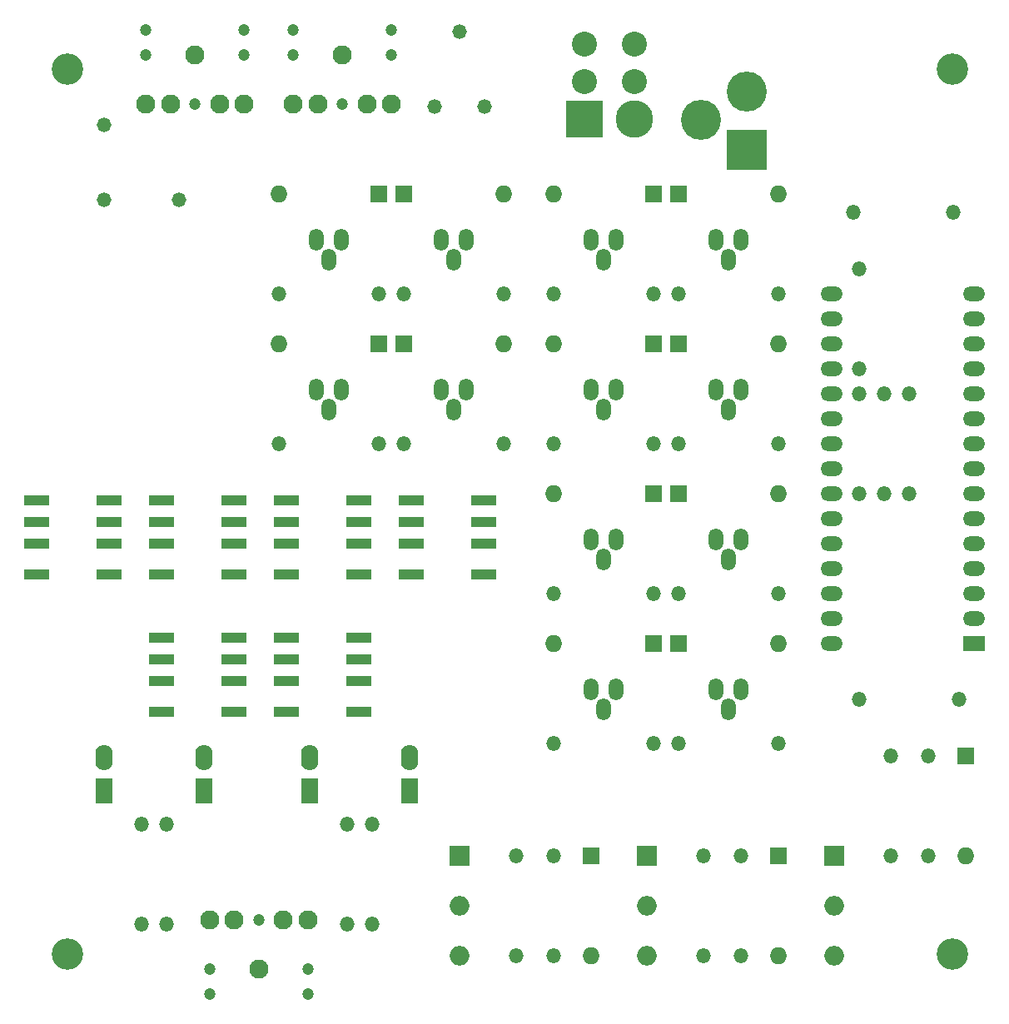
<source format=gts>
G04 (created by PCBNEW (2013-07-07 BZR 4022)-stable) date Mon 16 Nov 2020 09:58:14 PM CST*
%MOIN*%
G04 Gerber Fmt 3.4, Leading zero omitted, Abs format*
%FSLAX34Y34*%
G01*
G70*
G90*
G04 APERTURE LIST*
%ADD10C,0.00590551*%
%ADD11R,0.069X0.069*%
%ADD12O,0.069X0.069*%
%ADD13O,0.059X0.0885*%
%ADD14C,0.0767717*%
%ADD15C,0.0472441*%
%ADD16O,0.059X0.059*%
%ADD17R,0.069X0.1035*%
%ADD18O,0.069X0.1035*%
%ADD19R,0.0885X0.059*%
%ADD20O,0.0885X0.059*%
%ADD21C,0.125984*%
%ADD22R,0.0787402X0.0787402*%
%ADD23O,0.0787402X0.0787402*%
%ADD24R,0.16X0.16*%
%ADD25C,0.16*%
%ADD26R,0.15X0.15*%
%ADD27C,0.15*%
%ADD28C,0.1*%
%ADD29R,0.0984252X0.0393701*%
%ADD30O,0.058X0.058*%
G04 APERTURE END LIST*
G54D10*
G54D11*
X58000Y-92500D03*
G54D12*
X58000Y-96500D03*
G54D13*
X45500Y-67852D03*
X45000Y-68647D03*
X44500Y-67852D03*
X56500Y-85852D03*
X56000Y-86647D03*
X55500Y-85852D03*
X56500Y-73852D03*
X56000Y-74647D03*
X55500Y-73852D03*
X56500Y-79852D03*
X56000Y-80647D03*
X55500Y-79852D03*
X56500Y-67852D03*
X56000Y-68647D03*
X55500Y-67852D03*
X45500Y-73852D03*
X45000Y-74647D03*
X44500Y-73852D03*
G54D14*
X37204Y-97047D03*
X36220Y-95078D03*
X38188Y-95078D03*
X35236Y-95078D03*
X39173Y-95078D03*
G54D15*
X35236Y-97047D03*
X35236Y-98031D03*
X37204Y-95078D03*
X39173Y-97047D03*
X39173Y-98031D03*
G54D16*
X54000Y-76000D03*
X58000Y-76000D03*
X42000Y-70000D03*
X38000Y-70000D03*
X53000Y-76000D03*
X49000Y-76000D03*
X53000Y-82000D03*
X49000Y-82000D03*
X43000Y-70000D03*
X47000Y-70000D03*
X43000Y-76000D03*
X47000Y-76000D03*
X54000Y-82000D03*
X58000Y-82000D03*
X53000Y-88000D03*
X49000Y-88000D03*
X54000Y-88000D03*
X58000Y-88000D03*
X53000Y-70000D03*
X49000Y-70000D03*
X54000Y-70000D03*
X58000Y-70000D03*
X42000Y-76000D03*
X38000Y-76000D03*
X49000Y-96500D03*
X49000Y-92500D03*
X56500Y-96500D03*
X56500Y-92500D03*
X64000Y-92500D03*
X64000Y-88500D03*
X40750Y-95250D03*
X40750Y-91250D03*
X41750Y-95250D03*
X41750Y-91250D03*
X33500Y-95250D03*
X33500Y-91250D03*
X32500Y-95250D03*
X32500Y-91250D03*
G54D17*
X35000Y-89922D03*
G54D18*
X35000Y-88577D03*
G54D17*
X39250Y-89922D03*
G54D18*
X39250Y-88577D03*
G54D17*
X43250Y-89922D03*
G54D18*
X43250Y-88577D03*
G54D17*
X31000Y-89922D03*
G54D18*
X31000Y-88577D03*
G54D11*
X65500Y-88500D03*
G54D12*
X65500Y-92500D03*
G54D11*
X50500Y-92500D03*
G54D12*
X50500Y-96500D03*
G54D11*
X42000Y-72000D03*
G54D12*
X38000Y-72000D03*
G54D11*
X43000Y-72000D03*
G54D12*
X47000Y-72000D03*
G54D11*
X54000Y-66000D03*
G54D12*
X58000Y-66000D03*
G54D11*
X53000Y-66000D03*
G54D12*
X49000Y-66000D03*
G54D11*
X43000Y-66000D03*
G54D12*
X47000Y-66000D03*
G54D11*
X42000Y-66000D03*
G54D12*
X38000Y-66000D03*
G54D11*
X53000Y-84000D03*
G54D12*
X49000Y-84000D03*
G54D11*
X54000Y-84000D03*
G54D12*
X58000Y-84000D03*
G54D11*
X54000Y-72000D03*
G54D12*
X58000Y-72000D03*
G54D11*
X53000Y-72000D03*
G54D12*
X49000Y-72000D03*
G54D11*
X53000Y-78000D03*
G54D12*
X49000Y-78000D03*
G54D11*
X54000Y-78000D03*
G54D12*
X58000Y-78000D03*
G54D19*
X65852Y-84000D03*
G54D20*
X65852Y-83000D03*
X65852Y-82000D03*
X65852Y-81000D03*
X60147Y-79000D03*
X60147Y-80000D03*
X60147Y-81000D03*
X65852Y-80000D03*
X65852Y-79000D03*
X65852Y-78000D03*
X60147Y-78000D03*
X60147Y-77000D03*
X60147Y-76000D03*
X65852Y-77000D03*
X65852Y-76000D03*
X65852Y-75000D03*
X65852Y-74000D03*
X65852Y-73000D03*
X65852Y-72000D03*
X65852Y-71000D03*
X60147Y-75000D03*
X60147Y-74000D03*
X60147Y-73000D03*
X60147Y-72000D03*
X60147Y-71000D03*
X60147Y-70000D03*
X65852Y-70000D03*
X60147Y-82000D03*
X60147Y-83000D03*
X60147Y-84000D03*
G54D21*
X29527Y-61023D03*
X64960Y-61023D03*
X64960Y-96456D03*
X29527Y-96456D03*
G54D22*
X60250Y-92500D03*
G54D23*
X60250Y-94500D03*
X60250Y-96500D03*
G54D22*
X52750Y-92500D03*
G54D23*
X52750Y-94500D03*
X52750Y-96500D03*
G54D22*
X45250Y-92500D03*
G54D23*
X45250Y-94500D03*
X45250Y-96500D03*
G54D24*
X56750Y-64250D03*
G54D25*
X56750Y-61900D03*
X54900Y-63050D03*
G54D26*
X50250Y-63000D03*
G54D27*
X52250Y-63000D03*
G54D28*
X50250Y-61500D03*
X52250Y-61500D03*
X52250Y-60000D03*
X50250Y-60000D03*
G54D16*
X47500Y-92500D03*
X47500Y-96500D03*
X55000Y-92500D03*
X55000Y-96500D03*
X62500Y-88500D03*
X62500Y-92500D03*
G54D29*
X33293Y-85500D03*
X33293Y-84633D03*
X33293Y-83767D03*
X33293Y-86759D03*
X36206Y-85500D03*
X36206Y-84633D03*
X36206Y-83767D03*
X36206Y-86759D03*
X38293Y-85500D03*
X38293Y-84633D03*
X38293Y-83767D03*
X38293Y-86759D03*
X41206Y-85500D03*
X41206Y-84633D03*
X41206Y-83767D03*
X41206Y-86759D03*
X43293Y-80000D03*
X43293Y-79133D03*
X43293Y-78267D03*
X43293Y-81259D03*
X46206Y-80000D03*
X46206Y-79133D03*
X46206Y-78267D03*
X46206Y-81259D03*
X38293Y-80000D03*
X38293Y-79133D03*
X38293Y-78267D03*
X38293Y-81259D03*
X41206Y-80000D03*
X41206Y-79133D03*
X41206Y-78267D03*
X41206Y-81259D03*
X33293Y-80000D03*
X33293Y-79133D03*
X33293Y-78267D03*
X33293Y-81259D03*
X36206Y-80000D03*
X36206Y-79133D03*
X36206Y-78267D03*
X36206Y-81259D03*
X28293Y-80000D03*
X28293Y-79133D03*
X28293Y-78267D03*
X28293Y-81259D03*
X31206Y-80000D03*
X31206Y-79133D03*
X31206Y-78267D03*
X31206Y-81259D03*
G54D14*
X34645Y-60433D03*
X35629Y-62401D03*
X33661Y-62401D03*
X36614Y-62401D03*
X32677Y-62401D03*
G54D15*
X36614Y-60433D03*
X36614Y-59448D03*
X34645Y-62401D03*
X32677Y-60433D03*
X32677Y-59448D03*
G54D14*
X40551Y-60433D03*
X41535Y-62401D03*
X39566Y-62401D03*
X42519Y-62401D03*
X38582Y-62401D03*
G54D15*
X42519Y-60433D03*
X42519Y-59448D03*
X40551Y-62401D03*
X38582Y-60433D03*
X38582Y-59448D03*
G54D30*
X45250Y-59500D03*
X46250Y-62500D03*
X44250Y-62500D03*
X31000Y-66250D03*
X34000Y-66250D03*
X31000Y-63250D03*
G54D16*
X61250Y-69000D03*
X61250Y-73000D03*
X61000Y-66750D03*
X65000Y-66750D03*
X62250Y-74000D03*
X62250Y-78000D03*
X63250Y-78000D03*
X63250Y-74000D03*
X61250Y-74000D03*
X61250Y-78000D03*
G54D13*
X40500Y-67852D03*
X40000Y-68647D03*
X39500Y-67852D03*
X51500Y-67852D03*
X51000Y-68647D03*
X50500Y-67852D03*
X40500Y-73852D03*
X40000Y-74647D03*
X39500Y-73852D03*
X51500Y-73852D03*
X51000Y-74647D03*
X50500Y-73852D03*
X51500Y-79852D03*
X51000Y-80647D03*
X50500Y-79852D03*
X51500Y-85852D03*
X51000Y-86647D03*
X50500Y-85852D03*
G54D16*
X61250Y-86250D03*
X65250Y-86250D03*
M02*

</source>
